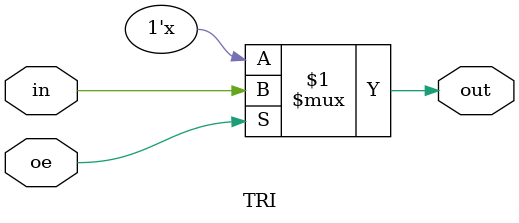
<source format=v>
module TRI (in, oe, out);
    input in;
    input oe;
    output out;
    bufif1 (out, in, oe);
endmodule
</source>
